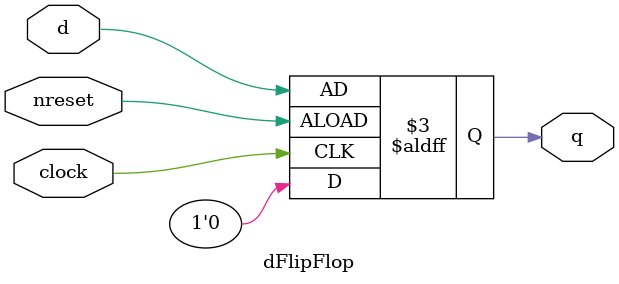
<source format=v>
`timescale 1ns / 1ns


module dFlipFlop(
    output q,
    input clock,
    input nreset,
    input d
    );
    
    reg q;
    
    always @(posedge clock or posedge nreset)
    begin
        if (nreset==1)
            q=d;
        else
            q=0;
    end
endmodule

</source>
